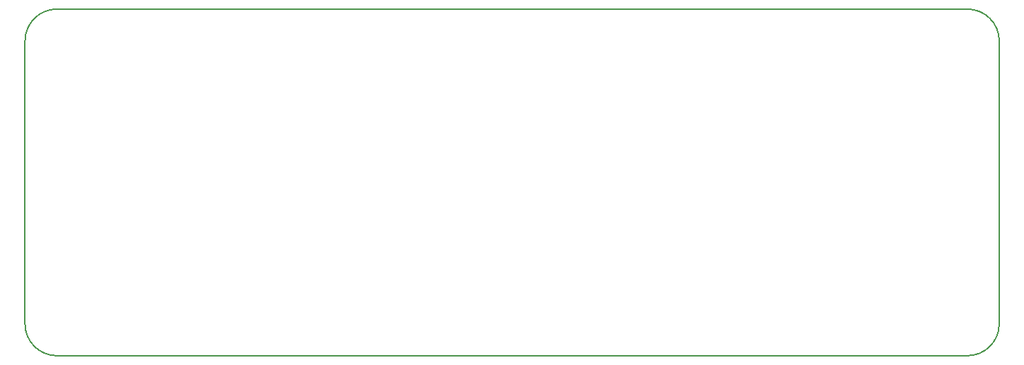
<source format=gm1>
G04 #@! TF.GenerationSoftware,KiCad,Pcbnew,9.0.7*
G04 #@! TF.CreationDate,2026-01-21T21:20:38-05:00*
G04 #@! TF.ProjectId,remote_arming,72656d6f-7465-45f6-9172-6d696e672e6b,rev?*
G04 #@! TF.SameCoordinates,Original*
G04 #@! TF.FileFunction,Profile,NP*
%FSLAX46Y46*%
G04 Gerber Fmt 4.6, Leading zero omitted, Abs format (unit mm)*
G04 Created by KiCad (PCBNEW 9.0.7) date 2026-01-21 21:20:38*
%MOMM*%
%LPD*%
G01*
G04 APERTURE LIST*
G04 #@! TA.AperFunction,Profile*
%ADD10C,0.150000*%
G04 #@! TD*
G04 APERTURE END LIST*
D10*
X99060000Y-77034543D02*
G75*
G02*
X102870000Y-73224540I3810000J3D01*
G01*
X215696800Y-77034543D02*
X215696800Y-110976500D01*
X99060000Y-110976500D02*
X99060000Y-77034543D01*
X211886800Y-73224543D02*
G75*
G02*
X215696857Y-77034543I0J-3810057D01*
G01*
X102870000Y-73224543D02*
X211886800Y-73224543D01*
X211886800Y-114786500D02*
X102870000Y-114786500D01*
X215696800Y-110976500D02*
G75*
G02*
X211886800Y-114786500I-3810000J0D01*
G01*
X102870000Y-114786500D02*
G75*
G02*
X99060000Y-110976500I0J3810000D01*
G01*
M02*

</source>
